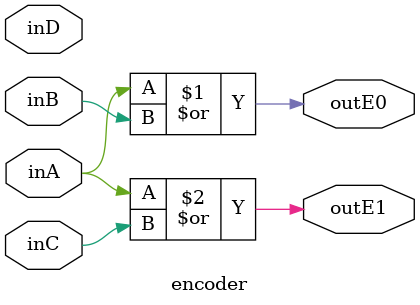
<source format=v>
`timescale 1ns / 1ps

module encoder(inA, inB, inC, inD, outE0, outE1);

input inA, inB, inC, inD;
output outE0, outE1;

assign outE0=inA|inB;
assign outE1=inA|inC;

endmodule
</source>
